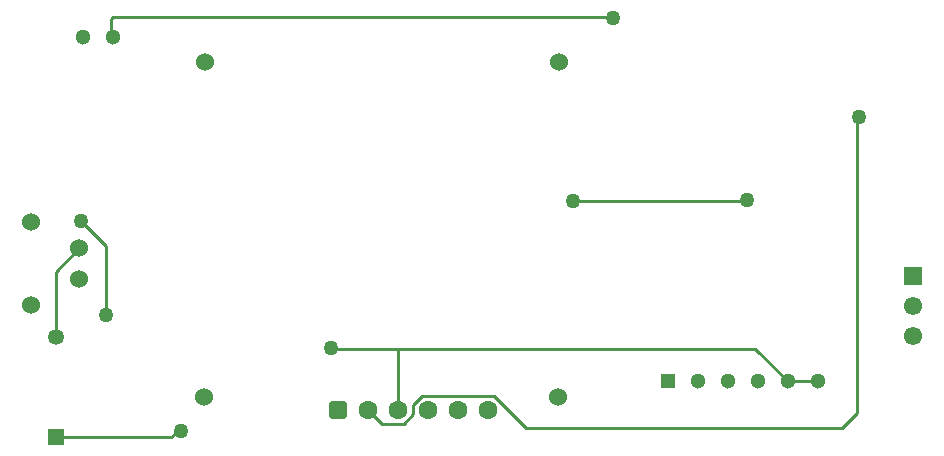
<source format=gbl>
%FSTAX23Y23*%
%MOIN*%
%SFA1B1*%

%IPPOS*%
%AMD36*
4,1,8,0.015700,0.031500,-0.015700,0.031500,-0.031500,0.015700,-0.031500,-0.015700,-0.015700,-0.031500,0.015700,-0.031500,0.031500,-0.015700,0.031500,0.015700,0.015700,0.031500,0.0*
1,1,0.031496,0.015700,0.015700*
1,1,0.031496,-0.015700,0.015700*
1,1,0.031496,-0.015700,-0.015700*
1,1,0.031496,0.015700,-0.015700*
%
%ADD12C,0.010000*%
%ADD23R,0.051181X0.051181*%
%ADD24C,0.051181*%
%ADD25R,0.053150X0.053150*%
%ADD26C,0.053150*%
%ADD32C,0.060000*%
%ADD33R,0.061024X0.061024*%
%ADD34C,0.061024*%
%ADD35C,0.062992*%
G04~CAMADD=36~8~0.0~0.0~629.9~629.9~157.5~0.0~15~0.0~0.0~0.0~0.0~0~0.0~0.0~0.0~0.0~0~0.0~0.0~0.0~0.0~629.9~629.9*
%ADD36D36*%
%ADD37C,0.050000*%
%LNpcb1-1*%
%LPD*%
G54D12*
X01095Y00341D02*
X0132D01*
X01092Y00344D02*
X01095Y00341D01*
X01314Y00335D02*
X0132Y00341D01*
X00339Y00453D02*
Y00684D01*
X00258Y00765D02*
X00339Y00684D01*
X00557Y00046D02*
X00579Y00068D01*
X0059*
X00173Y00046D02*
X00557D01*
X00358Y01386D02*
X00365Y01379D01*
X00358Y01386D02*
Y01441D01*
X00173Y00381D02*
Y00598D01*
X00251Y00676*
X00363Y01447D02*
X02025D01*
X00358Y01441D02*
X00363Y01447D01*
X02025D02*
X02029Y01443D01*
X02475Y00837D02*
X02477D01*
X02471Y00833D02*
X02475Y00837D01*
X01898Y00833D02*
X02471D01*
X01214Y00138D02*
X0126Y00091D01*
X01333*
X01364Y00122*
X01394Y00184D02*
X01633D01*
X01364Y00153D02*
X01394Y00184D01*
X01364Y00122D02*
Y00153D01*
X0132Y00341D02*
X02505D01*
X01314Y00138D02*
Y00335D01*
X02794Y00075D02*
X02845Y00126D01*
X01633Y00184D02*
X01741Y00075D01*
X02794*
X02845Y00126D02*
Y01107D01*
X02852Y01114*
X02505Y00341D02*
X02614Y00232D01*
X02714*
G54D23*
X02214Y00232D03*
G54D24*
X00365Y01379D03*
X00265D03*
X02314Y00232D03*
X02414D03*
X02514D03*
X02614D03*
X02714D03*
G54D25*
X00173Y00046D03*
G54D26*
X00173Y00381D03*
G54D32*
X00092Y00485D03*
X00251Y00573D03*
Y00676D03*
X00092Y00764D03*
X01848Y00179D03*
X00667Y0018D03*
X01852Y01295D03*
X00672Y01295D03*
G54D33*
X03029Y00583D03*
G54D34*
X03029Y00483D03*
Y00383D03*
G54D35*
X01414Y00138D03*
X01214D03*
X01314D03*
X01514D03*
X01614D03*
G54D36*
X01114Y00138D03*
G54D37*
X01092Y00344D03*
X00258Y00765D03*
X00339Y00453D03*
X0059Y00068D03*
X02477Y00837D03*
X01898Y00833D03*
X02029Y01443D03*
X02852Y01114D03*
M02*
</source>
